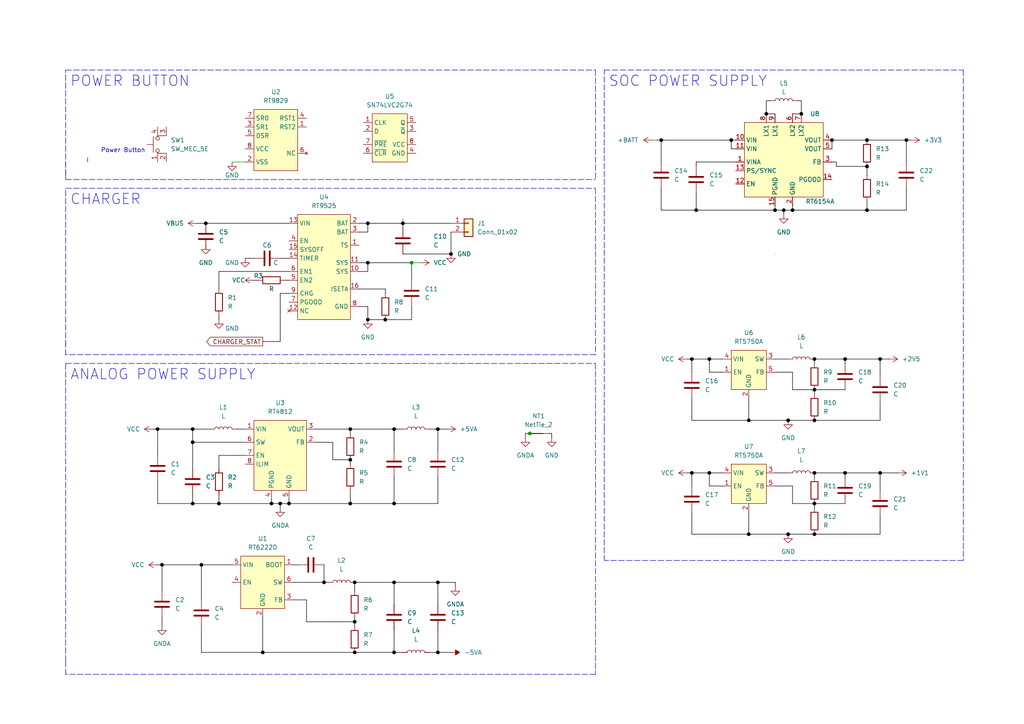
<source format=kicad_sch>
(kicad_sch (version 20211123) (generator eeschema)
  (paper "A4")
  (lib_symbols
    (symbol "C_1" (pin_numbers hide) (pin_names (offset 0.254))
      (property "Reference" "C" (at 0.635 2.54 0))
      (property "Value" "C_1" (at 0.635 -2.54 0))
      (symbol "C_1_1_1"
        (pin passive line (at 0 3.81 270) (length 2.794) (name "~") (number "1"))
        (pin passive line (at 0 -3.81 90) (length 2.794) (name "~") (number "2"))
      )
    )
    (symbol "C_10" (pin_numbers hide) (pin_names (offset 0.254))
      (property "Reference" "C" (at 0.635 2.54 0))
      (property "Value" "C_10" (at 0.635 -2.54 0))
      (symbol "C_10_1_1"
        (pin passive line (at 0 3.81 270) (length 2.794) (name "~") (number "1"))
        (pin passive line (at 0 -3.81 90) (length 2.794) (name "~") (number "2"))
      )
    )
    (symbol "C_11" (pin_numbers hide) (pin_names (offset 0.254))
      (property "Reference" "C" (at 0.635 2.54 0))
      (property "Value" "C_11" (at 0.635 -2.54 0))
      (symbol "C_11_1_1"
        (pin passive line (at 0 3.81 270) (length 2.794) (name "~") (number "1"))
        (pin passive line (at 0 -3.81 90) (length 2.794) (name "~") (number "2"))
      )
    )
    (symbol "C_12" (pin_numbers hide) (pin_names (offset 0.254))
      (property "Reference" "C" (at 0.635 2.54 0))
      (property "Value" "C_12" (at 0.635 -2.54 0))
      (symbol "C_12_1_1"
        (pin passive line (at 0 3.81 270) (length 2.794) (name "~") (number "1"))
        (pin passive line (at 0 -3.81 90) (length 2.794) (name "~") (number "2"))
      )
    )
    (symbol "C_13" (pin_numbers hide) (pin_names (offset 0.254))
      (property "Reference" "C" (at 0.635 2.54 0))
      (property "Value" "C_13" (at 0.635 -2.54 0))
      (symbol "C_13_1_1"
        (pin passive line (at 0 3.81 270) (length 2.794) (name "~") (number "1"))
        (pin passive line (at 0 -3.81 90) (length 2.794) (name "~") (number "2"))
      )
    )
    (symbol "C_14" (pin_numbers hide) (pin_names (offset 0.254))
      (property "Reference" "C" (at 0.635 2.54 0))
      (property "Value" "C_14" (at 0.635 -2.54 0))
      (symbol "C_14_1_1"
        (pin passive line (at 0 3.81 270) (length 2.794) (name "~") (number "1"))
        (pin passive line (at 0 -3.81 90) (length 2.794) (name "~") (number "2"))
      )
    )
    (symbol "C_15" (pin_numbers hide) (pin_names (offset 0.254))
      (property "Reference" "C" (at 0.635 2.54 0))
      (property "Value" "C_15" (at 0.635 -2.54 0))
      (symbol "C_15_1_1"
        (pin passive line (at 0 3.81 270) (length 2.794) (name "~") (number "1"))
        (pin passive line (at 0 -3.81 90) (length 2.794) (name "~") (number "2"))
      )
    )
    (symbol "C_16" (pin_numbers hide) (pin_names (offset 0.254))
      (property "Reference" "C" (at 0.635 2.54 0))
      (property "Value" "C_16" (at 0.635 -2.54 0))
      (symbol "C_16_1_1"
        (pin passive line (at 0 3.81 270) (length 2.794) (name "~") (number "1"))
        (pin passive line (at 0 -3.81 90) (length 2.794) (name "~") (number "2"))
      )
    )
    (symbol "C_17" (pin_numbers hide) (pin_names (offset 0.254))
      (property "Reference" "C" (at 0.635 2.54 0))
      (property "Value" "C_17" (at 0.635 -2.54 0))
      (symbol "C_17_1_1"
        (pin passive line (at 0 3.81 270) (length 2.794) (name "~") (number "1"))
        (pin passive line (at 0 -3.81 90) (length 2.794) (name "~") (number "2"))
      )
    )
    (symbol "C_18" (pin_numbers hide) (pin_names (offset 0.254))
      (property "Reference" "C" (at 0.635 2.54 0))
      (property "Value" "C_18" (at 0.635 -2.54 0))
      (symbol "C_18_1_1"
        (pin passive line (at 0 3.81 270) (length 2.794) (name "~") (number "1"))
        (pin passive line (at 0 -3.81 90) (length 2.794) (name "~") (number "2"))
      )
    )
    (symbol "C_19" (pin_numbers hide) (pin_names (offset 0.254))
      (property "Reference" "C" (at 0.635 2.54 0))
      (property "Value" "C_19" (at 0.635 -2.54 0))
      (symbol "C_19_1_1"
        (pin passive line (at 0 3.81 270) (length 2.794) (name "~") (number "1"))
        (pin passive line (at 0 -3.81 90) (length 2.794) (name "~") (number "2"))
      )
    )
    (symbol "C_2" (pin_numbers hide) (pin_names (offset 0.254))
      (property "Reference" "C" (at 0.635 2.54 0))
      (property "Value" "C_2" (at 0.635 -2.54 0))
      (symbol "C_2_1_1"
        (pin passive line (at 0 3.81 270) (length 2.794) (name "~") (number "1"))
        (pin passive line (at 0 -3.81 90) (length 2.794) (name "~") (number "2"))
      )
    )
    (symbol "C_20" (pin_numbers hide) (pin_names (offset 0.254))
      (property "Reference" "C" (at 0.635 2.54 0))
      (property "Value" "C_20" (at 0.635 -2.54 0))
      (symbol "C_20_1_1"
        (pin passive line (at 0 3.81 270) (length 2.794) (name "~") (number "1"))
        (pin passive line (at 0 -3.81 90) (length 2.794) (name "~") (number "2"))
      )
    )
    (symbol "C_21" (pin_numbers hide) (pin_names (offset 0.254))
      (property "Reference" "C" (at 0.635 2.54 0))
      (property "Value" "C_21" (at 0.635 -2.54 0))
      (symbol "C_21_1_1"
        (pin passive line (at 0 3.81 270) (length 2.794) (name "~") (number "1"))
        (pin passive line (at 0 -3.81 90) (length 2.794) (name "~") (number "2"))
      )
    )
    (symbol "C_3" (pin_numbers hide) (pin_names (offset 0.254))
      (property "Reference" "C" (at 0.635 2.54 0))
      (property "Value" "C_3" (at 0.635 -2.54 0))
      (symbol "C_3_1_1"
        (pin passive line (at 0 3.81 270) (length 2.794) (name "~") (number "1"))
        (pin passive line (at 0 -3.81 90) (length 2.794) (name "~") (number "2"))
      )
    )
    (symbol "C_4" (pin_numbers hide) (pin_names (offset 0.254))
      (property "Reference" "C" (at 0.635 2.54 0))
      (property "Value" "C_4" (at 0.635 -2.54 0))
      (symbol "C_4_1_1"
        (pin passive line (at 0 3.81 270) (length 2.794) (name "~") (number "1"))
        (pin passive line (at 0 -3.81 90) (length 2.794) (name "~") (number "2"))
      )
    )
    (symbol "C_5" (pin_numbers hide) (pin_names (offset 0.254))
      (property "Reference" "C" (at 0.635 2.54 0))
      (property "Value" "C_5" (at 0.635 -2.54 0))
      (symbol "C_5_1_1"
        (pin passive line (at 0 3.81 270) (length 2.794) (name "~") (number "1"))
        (pin passive line (at 0 -3.81 90) (length 2.794) (name "~") (number "2"))
      )
    )
    (symbol "C_6" (pin_numbers hide) (pin_names (offset 0.254))
      (property "Reference" "C" (at 0.635 2.54 0))
      (property "Value" "C_6" (at 0.635 -2.54 0))
      (symbol "C_6_1_1"
        (pin passive line (at 0 3.81 270) (length 2.794) (name "~") (number "1"))
        (pin passive line (at 0 -3.81 90) (length 2.794) (name "~") (number "2"))
      )
    )
    (symbol "C_7" (pin_numbers hide) (pin_names (offset 0.254))
      (property "Reference" "C" (at 0.635 2.54 0))
      (property "Value" "C_7" (at 0.635 -2.54 0))
      (symbol "C_7_1_1"
        (pin passive line (at 0 3.81 270) (length 2.794) (name "~") (number "1"))
        (pin passive line (at 0 -3.81 90) (length 2.794) (name "~") (number "2"))
      )
    )
    (symbol "C_8" (pin_numbers hide) (pin_names (offset 0.254))
      (property "Reference" "C" (at 0.635 2.54 0))
      (property "Value" "C_8" (at 0.635 -2.54 0))
      (symbol "C_8_1_1"
        (pin passive line (at 0 3.81 270) (length 2.794) (name "~") (number "1"))
        (pin passive line (at 0 -3.81 90) (length 2.794) (name "~") (number "2"))
      )
    )
    (symbol "C_9" (pin_numbers hide) (pin_names (offset 0.254))
      (property "Reference" "C" (at 0.635 2.54 0))
      (property "Value" "C_9" (at 0.635 -2.54 0))
      (symbol "C_9_1_1"
        (pin passive line (at 0 3.81 270) (length 2.794) (name "~") (number "1"))
        (pin passive line (at 0 -3.81 90) (length 2.794) (name "~") (number "2"))
      )
    )
    (symbol "Connector_Generic:Conn_01x02" (pin_names (offset 1.016) hide)
      (property "Reference" "J" (at 0 2.54 0))
      (property "Value" "Conn_01x02" (at 0 -5.08 0))
      (symbol "Conn_01x02_1_1"
        (pin passive line (at -5.08 0 0) (length 3.81) (name "Pin_1") (number "1"))
        (pin passive line (at -5.08 -2.54 0) (length 3.81) (name "Pin_2") (number "2"))
      )
    )
    (symbol "Device:NetTie_2" (pin_numbers hide) (pin_names (offset 0) hide)
      (property "Reference" "NT" (at 0 1.27 0))
      (property "Value" "NetTie_2" (at 0 -1.27 0))
      (symbol "NetTie_2_1_1"
        (pin passive line (at -2.54 0 0) (length 2.54) (name "1") (number "1"))
        (pin passive line (at 2.54 0 180) (length 2.54) (name "2") (number "2"))
      )
    )
    (symbol "Switch:SW_MEC_5E" (pin_names (offset 1.016) hide)
      (property "Reference" "SW" (at 0.635 5.715 0))
      (property "Value" "SW_MEC_5E" (at 0 -3.175 0))
      (symbol "SW_MEC_5E_0_1"
        (pin passive line (at -5.08 2.54 0) (length 2.54) (name "1") (number "1"))
        (pin passive line (at -5.08 0 0) (length 2.54) (name "2") (number "2"))
        (pin passive line (at 5.08 0 180) (length 2.54) (name "K") (number "3"))
        (pin passive line (at 5.08 2.54 180) (length 2.54) (name "A") (number "4"))
      )
    )
    (symbol "power:+1V1" (power) (pin_names (offset 0))
      (property "Value" "+1V1" (at 0 3.556 0))
      (symbol "+1V1_1_1"
        (pin power_in line (at 0 0 90) (length 0) hide (name "+1V1") (number "1"))
      )
    )
    (symbol "power:+2V5" (power) (pin_names (offset 0))
      (property "Value" "+2V5" (at 0 3.556 0))
      (symbol "+2V5_1_1"
        (pin power_in line (at 0 0 90) (length 0) hide (name "+2V5") (number "1"))
      )
    )
    (symbol "power:+3V3" (power) (pin_names (offset 0))
      (property "Value" "+3V3" (at 0 3.556 0))
      (symbol "+3V3_1_1"
        (pin power_in line (at 0 0 90) (length 0) hide (name "+3V3") (number "1"))
      )
    )
    (symbol "power:+5VA" (power) (pin_names (offset 0))
      (property "Value" "+5VA" (at 0 3.556 0))
      (symbol "+5VA_1_1"
        (pin power_in line (at 0 0 90) (length 0) hide (name "+5VA") (number "1"))
      )
    )
    (symbol "power:+BATT" (power) (pin_names (offset 0))
      (property "Value" "+BATT" (at 0 3.556 0))
      (symbol "+BATT_1_1"
        (pin power_in line (at 0 0 90) (length 0) hide (name "+BATT") (number "1"))
      )
    )
    (symbol "power:-5VA" (power) (pin_names (offset 0))
      (property "Value" "-5VA" (at 0 3.81 0))
      (symbol "-5VA_0_0"
        (pin power_in line (at 0 0 90) (length 0) hide (name "-5VA") (number "1"))
      )
    )
    (symbol "power:GND" (power) (pin_names (offset 0))
      (property "Value" "GND" (at 0 -3.81 0))
      (symbol "GND_1_1"
        (pin power_in line (at 0 0 270) (length 0) hide (name "GND") (number "1"))
      )
    )
    (symbol "power:GNDA" (power) (pin_names (offset 0))
      (property "Value" "GNDA" (at 0 -3.81 0))
      (symbol "GNDA_1_1"
        (pin power_in line (at 0 0 270) (length 0) hide (name "GNDA") (number "1"))
      )
    )
    (symbol "power:VBUS" (power) (pin_names (offset 0))
      (property "Value" "VBUS" (at 0 3.81 0))
      (symbol "VBUS_1_1"
        (pin power_in line (at 0 0 90) (length 0) hide (name "VBUS") (number "1"))
      )
    )
    (symbol "power:VCC" (power) (pin_names (offset 0))
      (property "Value" "VCC" (at 0 3.81 0))
      (symbol "VCC_1_1"
        (pin power_in line (at 0 0 90) (length 0) hide (name "VCC") (number "1"))
      )
    )
    (symbol "rlib_ic:SN74LVC2G74"
      (property "Reference" "U" (at 0 6.35 0))
      (property "Value" "SN74LVC2G74" (at 0 -10.16 0))
      (symbol "SN74LVC2G74_0_0"
        (pin input line (at -7.62 2.54 0) (length 2.54) (name "CLK") (number "1"))
        (pin input line (at -7.62 0 0) (length 2.54) (name "D") (number "2"))
        (pin output line (at 7.62 0 180) (length 2.54) (name "~{Q}") (number "3"))
        (pin power_in line (at 7.62 -6.35 180) (length 2.54) (name "GND") (number "4"))
        (pin output line (at 7.62 2.54 180) (length 2.54) (name "Q") (number "5"))
        (pin input line (at -7.62 -6.35 0) (length 2.54) (name "~{CLR}") (number "6"))
        (pin input line (at -7.62 -3.81 0) (length 2.54) (name "~{PRE}") (number "7"))
        (pin power_in line (at 7.62 -3.81 180) (length 2.54) (name "VCC") (number "8"))
      )
    )
    (symbol "rlib_passive:C" (pin_numbers hide) (pin_names (offset 0.254))
      (property "Reference" "C" (at 0.635 2.54 0))
      (property "Value" "C" (at 0.635 -2.54 0))
      (symbol "C_1_1"
        (pin passive line (at 0 3.81 270) (length 2.794) (name "~") (number "1"))
        (pin passive line (at 0 -3.81 90) (length 2.794) (name "~") (number "2"))
      )
    )
    (symbol "rlib_passive:L" (pin_numbers hide) (pin_names (offset 1.016) hide)
      (property "Reference" "L" (at -1.27 0 90))
      (property "Value" "L" (at 1.905 0 90))
      (symbol "L_1_1"
        (pin passive line (at 0 3.81 270) (length 1.27) (name "1") (number "1"))
        (pin passive line (at 0 -3.81 90) (length 1.27) (name "2") (number "2"))
      )
    )
    (symbol "rlib_passive:R" (pin_numbers hide) (pin_names (offset 0))
      (property "Reference" "R" (at 2.032 0 90))
      (property "Value" "R" (at 0 0 90))
      (symbol "R_1_1"
        (pin passive line (at 0 3.81 270) (length 1.27) (name "~") (number "1"))
        (pin passive line (at 0 -3.81 90) (length 1.27) (name "~") (number "2"))
      )
    )
    (symbol "rlib_power:RT4812"
      (property "Reference" "U" (at 0 10.16 0))
      (property "Value" "RT4812" (at 7.62 -12.7 0))
      (symbol "RT4812_0_0"
        (pin power_in line (at -10.16 6.35 0) (length 2.54) (name "VIN") (number "1"))
        (pin input line (at 10.16 2.54 180) (length 2.54) (name "FB") (number "2"))
        (pin power_out line (at 10.16 6.35 180) (length 2.54) (name "VOUT") (number "3"))
        (pin power_in line (at -2.54 -13.97 90) (length 2.54) (name "PGND") (number "4"))
        (pin power_in line (at 2.54 -13.97 90) (length 2.54) (name "GND") (number "5"))
        (pin output line (at -10.16 2.54 0) (length 2.54) (name "SW") (number "6"))
        (pin input line (at -10.16 -1.27 0) (length 2.54) (name "EN") (number "7"))
        (pin input line (at -10.16 -3.81 0) (length 2.54) (name "ILIM") (number "8"))
      )
    )
    (symbol "rlib_power:RT5750A"
      (property "Reference" "U" (at 0 6.35 0))
      (property "Value" "RT5750A" (at 7.62 -7.62 0))
      (symbol "RT5750A_0_0"
        (pin input line (at -7.62 -1.27 0) (length 2.54) (name "EN") (number "1"))
        (pin power_in line (at 0 -8.89 90) (length 2.54) (name "GND") (number "2"))
        (pin output line (at 7.62 2.54 180) (length 2.54) (name "SW") (number "3"))
        (pin power_in line (at -7.62 2.54 0) (length 2.54) (name "VIN") (number "4"))
        (pin input line (at 7.62 -1.27 180) (length 2.54) (name "FB") (number "5"))
      )
    )
    (symbol "rlib_power:RT6154A"
      (property "Reference" "U" (at 0 15.24 0))
      (property "Value" "RT6154A" (at 10.16 -12.7 0))
      (symbol "RT6154A_0_0"
        (pin power_in line (at -13.97 -1.27 0) (length 2.54) (name "VINA") (number "1"))
        (pin power_in line (at -13.97 5.08 0) (length 2.54) (name "VIN") (number "10"))
        (pin power_in line (at -13.97 2.54 0) (length 2.54) (name "VIN") (number "11"))
        (pin input line (at -13.97 -7.62 0) (length 2.54) (name "EN") (number "12"))
        (pin input line (at -13.97 -3.81 0) (length 2.54) (name "PS/SYNC") (number "13"))
        (pin input line (at 13.97 -6.35 180) (length 2.54) (name "PGOOD") (number "14"))
        (pin input line (at -2.54 -13.97 90) (length 2.54) (name "PGND") (number "15"))
        (pin power_in line (at 2.54 -13.97 90) (length 2.54) (name "GND") (number "2"))
        (pin input line (at 13.97 -1.27 180) (length 2.54) (name "FB") (number "3"))
        (pin power_out line (at 13.97 5.08 180) (length 2.54) (name "VOUT") (number "4"))
        (pin power_out line (at 13.97 2.54 180) (length 2.54) (name "VOUT") (number "5"))
        (pin output line (at 2.54 12.7 270) (length 2.54) (name "LX2") (number "6"))
        (pin output line (at 5.08 12.7 270) (length 2.54) (name "LX2") (number "7"))
        (pin input line (at -5.08 12.7 270) (length 2.54) (name "LX1") (number "8"))
        (pin input line (at -2.54 12.7 270) (length 2.54) (name "LX1") (number "9"))
      )
    )
    (symbol "rlib_power:RT6222D"
      (property "Reference" "U" (at 0 5.08 0))
      (property "Value" "RT6222D" (at 6.35 -12.7 0))
      (symbol "RT6222D_0_0"
        (pin input line (at 8.89 1.27 180) (length 2.54) (name "BOOT") (number "1"))
        (pin power_in line (at 0 -13.97 90) (length 2.54) (name "GND") (number "2"))
        (pin input line (at 8.89 -8.89 180) (length 2.54) (name "FB") (number "3"))
        (pin input line (at -8.89 -3.81 0) (length 2.54) (name "EN") (number "4"))
        (pin power_in line (at -8.89 1.27 0) (length 2.54) (name "VIN") (number "5"))
        (pin output line (at 8.89 -3.81 180) (length 2.54) (name "SW") (number "6"))
      )
    )
    (symbol "rlib_power:RT9525"
      (property "Reference" "U" (at 0 8.89 0))
      (property "Value" "RT9525" (at 0 -24.13 0))
      (symbol "RT9525_0_0"
        (pin input line (at 10.16 -1.27 180) (length 2.54) (name "TS") (number "1"))
        (pin power_out line (at 10.16 -8.89 180) (length 2.54) (name "SYS") (number "10"))
        (pin power_out line (at 10.16 -6.35 180) (length 2.54) (name "SYS") (number "11"))
        (pin no_connect line (at -10.16 -20.32 0) (length 2.54) (name "NC") (number "12"))
        (pin power_in line (at -10.16 5.08 0) (length 2.54) (name "VIN") (number "13"))
        (pin input line (at -10.16 -5.08 0) (length 2.54) (name "TIMER") (number "14"))
        (pin input line (at -10.16 -2.54 0) (length 2.54) (name "SYSOFF") (number "15"))
        (pin input line (at 10.16 -13.97 180) (length 2.54) (name "ISETA") (number "16"))
        (pin input line (at 10.16 5.08 180) (length 2.54) (name "BAT") (number "2"))
        (pin input line (at 10.16 2.54 180) (length 2.54) (name "BAT") (number "3"))
        (pin input line (at -10.16 0 0) (length 2.54) (name "EN") (number "4"))
        (pin input line (at -10.16 -11.43 0) (length 2.54) (name "EN2") (number "5"))
        (pin input line (at -10.16 -8.89 0) (length 2.54) (name "EN1") (number "6"))
        (pin open_collector line (at -10.16 -17.78 0) (length 2.54) (name "PGOOD") (number "7"))
        (pin power_in line (at 10.16 -19.05 180) (length 2.54) (name "GND") (number "8"))
        (pin open_collector line (at -10.16 -15.24 0) (length 2.54) (name "CHG") (number "9"))
      )
    )
    (symbol "rlib_power:RT9829"
      (property "Reference" "U" (at 0 11.43 0))
      (property "Value" "RT9829" (at 0 -8.89 0))
      (symbol "RT9829_0_0"
        (pin power_out line (at 8.89 5.08 180) (length 2.54) (name "RST2") (number "1"))
        (pin power_in line (at -8.89 -5.08 0) (length 2.54) (name "VSS") (number "2"))
        (pin input line (at -8.89 5.08 0) (length 2.54) (name "SR1") (number "3"))
        (pin open_collector line (at 8.89 7.62 180) (length 2.54) (name "RST1") (number "4"))
        (pin input line (at -8.89 2.54 0) (length 2.54) (name "DSR") (number "5"))
        (pin no_connect line (at 8.89 -2.54 180) (length 2.54) (name "NC") (number "6"))
        (pin input line (at -8.89 7.62 0) (length 2.54) (name "SR0") (number "7"))
        (pin power_in line (at -8.89 -1.27 0) (length 2.54) (name "VCC") (number "8"))
      )
    )
  )
  (junction (at 205.74 104.14) (color 0 0 0 1))
  (junction (at 236.22 104.14) (color 0 0 0 1))
  (junction (at 45.72 124.46) (color 0 0 0 1))
  (junction (at 78.74 146.05) (color 0 0 0 1))
  (junction (at 101.6 146.05) (color 0 0 0 1))
  (junction (at 251.46 48.26) (color 0 0 0 1))
  (junction (at 101.6 124.46) (color 0 0 0 1))
  (junction (at 228.6 121.92) (color 0 0 0 1))
  (junction (at 236.22 154.94) (color 0 0 0 1))
  (junction (at 106.68 92.71) (color 0 0 0 1))
  (junction (at 236.22 113.03) (color 0 0 0 1))
  (junction (at 127 189.23) (color 0 0 0 1))
  (junction (at 245.11 104.14) (color 0 0 0 1))
  (junction (at 119.38 76.2))
  (junction (at 224.79 60.96) (color 0 0 0 1))
  (junction (at 81.28 146.05) (color 0 0 0 1))
  (junction (at 127 168.91) (color 0 0 0 1))
  (junction (at 200.66 104.14) (color 0 0 0 1))
  (junction (at 130.81 73.66) (color 0 0 0 1))
  (junction (at 46.99 163.83) (color 0 0 0 1))
  (junction (at 227.33 60.96) (color 0 0 0 1))
  (junction (at 55.88 128.27) (color 0 0 0 1))
  (junction (at 200.66 137.16) (color 0 0 0 1))
  (junction (at 241.3 40.64) (color 0 0 0 1))
  (junction (at 76.2 189.23) (color 0 0 0 1))
  (junction (at 255.27 137.16) (color 0 0 0 1))
  (junction (at 93.98 168.91) (color 0 0 0 1))
  (junction (at 114.3 168.91) (color 0 0 0 1))
  (junction (at 83.82 146.05) (color 0 0 0 1))
  (junction (at 114.3 124.46) (color 0 0 0 1))
  (junction (at 217.17 154.94) (color 0 0 0 1))
  (junction (at 59.69 64.77) (color 0 0 0 1))
  (junction (at 251.46 40.64) (color 0 0 0 1))
  (junction (at 205.74 137.16) (color 0 0 0 1))
  (junction (at 245.11 137.16) (color 0 0 0 1))
  (junction (at 102.87 168.91) (color 0 0 0 1))
  (junction (at 228.6 154.94) (color 0 0 0 1))
  (junction (at 262.89 40.64) (color 0 0 0 1))
  (junction (at 153.67 125.73))
  (junction (at 58.42 163.83) (color 0 0 0 1))
  (junction (at 236.22 121.92) (color 0 0 0 1))
  (junction (at 101.6 133.35) (color 0 0 0 1))
  (junction (at 191.77 40.64) (color 0 0 0 1))
  (junction (at 55.88 124.46) (color 0 0 0 1))
  (junction (at 232.41 33.02) (color 0 0 0 1))
  (junction (at 106.68 64.77) (color 0 0 0 1))
  (junction (at 111.76 92.71) (color 0 0 0 1))
  (junction (at 102.87 189.23) (color 0 0 0 1))
  (junction (at 222.25 33.02) (color 0 0 0 1))
  (junction (at 114.3 146.05) (color 0 0 0 1))
  (junction (at 236.22 137.16) (color 0 0 0 1))
  (junction (at 201.93 60.96) (color 0 0 0 1))
  (junction (at 102.87 180.34) (color 0 0 0 1))
  (junction (at 127 124.46) (color 0 0 0 1))
  (junction (at 116.84 64.77) (color 0 0 0 1))
  (junction (at 251.46 60.96) (color 0 0 0 1))
  (junction (at 212.09 40.64) (color 0 0 0 1))
  (junction (at 236.22 146.05) (color 0 0 0 1))
  (junction (at 229.87 60.96) (color 0 0 0 1))
  (junction (at 114.3 189.23) (color 0 0 0 1))
  (junction (at 55.88 146.05) (color 0 0 0 1))
  (junction (at 217.17 121.92) (color 0 0 0 1))
  (junction (at 255.27 104.14) (color 0 0 0 1))
  (junction (at 63.5 146.05) (color 0 0 0 1))
  (junction (at 106.68 76.2) (color 0 0 0 1))
  (wire (pts (xy 229.87 60.96) (xy 251.46 60.96)) (stroke (width 0) (color 0 0 0 1)))
  (wire (pts (xy 63.5 132.08) (xy 71.12 132.08)) (stroke (width 0) (color 0 0 0 1)))
  (wire (pts (xy 200.66 121.92) (xy 217.17 121.92)) (stroke (width 0) (color 0 0 0 1)))
  (wire (pts (xy 262.89 60.96) (xy 251.46 60.96)) (stroke (width 0) (color 0 0 0 1)))
  (wire (pts (xy 245.11 137.16) (xy 245.11 138.43)) (stroke (width 0) (color 0 0 0 1)))
  (wire (pts (xy 132.08 168.91) (xy 127 168.91)) (stroke (width 0) (color 0 0 0 1)))
  (wire (pts (xy 200.66 104.14) (xy 205.74 104.14)) (stroke (width 0) (color 0 0 0 1)))
  (wire (pts (xy 71.12 74.93) (xy 73.66 74.93)) (stroke (width 0) (color 0 0 0 1)))
  (wire (pts (xy 132.08 170.18) (xy 132.08 168.91)) (stroke (width 0) (color 0 0 0 1)))
  (wire (pts (xy 262.89 40.64) (xy 264.16 40.64)) (stroke (width 0) (color 0 0 0 1)))
  (wire (pts (xy 229.87 33.02) (xy 232.41 33.02)) (stroke (width 0) (color 0 0 0 1)))
  (wire (pts (xy 93.98 168.91) (xy 95.25 168.91)) (stroke (width 0) (color 0 0 0 1)))
  (wire (pts (xy 102.87 179.07) (xy 102.87 180.34)) (stroke (width 0) (color 0 0 0 1)))
  (wire (pts (xy 104.14 78.74) (xy 106.68 78.74)) (stroke (width 0) (color 0 0 0 1)))
  (wire (pts (xy 85.09 168.91) (xy 93.98 168.91)) (stroke (width 0) (color 0 0 0 1)))
  (wire (pts (xy 76.2 179.07) (xy 76.2 189.23)) (stroke (width 0) (color 0 0 0 1)))
  (polyline (pts (xy 19.05 54.61) (xy 172.72 54.61)))
  (wire (pts (xy 201.93 48.26) (xy 201.93 46.99)) (stroke (width 0) (color 0 0 0 1)))
  (wire (pts (xy 201.93 55.88) (xy 201.93 60.96)) (stroke (width 0) (color 0 0 0 1)))
  (wire (pts (xy 102.87 168.91) (xy 102.87 171.45)) (stroke (width 0) (color 0 0 0 1)))
  (wire (pts (xy 45.72 132.08) (xy 45.72 124.46)) (stroke (width 0) (color 0 0 0 1)))
  (wire (pts (xy 236.22 104.14) (xy 236.22 105.41)) (stroke (width 0) (color 0 0 0 1)))
  (wire (pts (xy 130.81 67.31) (xy 130.81 73.66)) (stroke (width 0) (color 0 0 0 1)))
  (wire (pts (xy 106.68 76.2) (xy 104.14 76.2)) (stroke (width 0) (color 0 0 0 1)))
  (wire (pts (xy 222.25 33.02) (xy 224.79 33.02)) (stroke (width 0) (color 0 0 0 1)))
  (wire (pts (xy 55.88 124.46) (xy 55.88 128.27)) (stroke (width 0) (color 0 0 0 1)))
  (wire (pts (xy 242.57 46.99) (xy 241.3 46.99)) (stroke (width 0) (color 0 0 0 1)))
  (wire (pts (xy 189.23 40.64) (xy 190.5 40.64)))
  (wire (pts (xy 251.46 60.96) (xy 251.46 58.42)) (stroke (width 0) (color 0 0 0 1)))
  (wire (pts (xy 114.3 182.88) (xy 114.3 189.23)) (stroke (width 0) (color 0 0 0 1)))
  (wire (pts (xy 154.94 125.73) (xy 153.67 125.73)))
  (wire (pts (xy 114.3 189.23) (xy 116.84 189.23)) (stroke (width 0) (color 0 0 0 1)))
  (wire (pts (xy 153.67 125.73) (xy 154.94 125.73)) (stroke (width 0) (color 0 0 0 1)))
  (wire (pts (xy 229.87 113.03) (xy 229.87 107.95)) (stroke (width 0) (color 0 0 0 1)))
  (wire (pts (xy 236.22 146.05) (xy 229.87 146.05)) (stroke (width 0) (color 0 0 0 1)))
  (wire (pts (xy 228.6 121.92) (xy 236.22 121.92)) (stroke (width 0) (color 0 0 0 1)))
  (wire (pts (xy 222.25 29.21) (xy 222.25 33.02)) (stroke (width 0) (color 0 0 0 1)))
  (wire (pts (xy 255.27 116.84) (xy 255.27 121.92)) (stroke (width 0) (color 0 0 0 1)))
  (wire (pts (xy 106.68 78.74) (xy 106.68 76.2)) (stroke (width 0) (color 0 0 0 1)))
  (wire (pts (xy 224.79 60.96) (xy 227.33 60.96)) (stroke (width 0) (color 0 0 0 1)))
  (wire (pts (xy 209.55 140.97) (xy 205.74 140.97)) (stroke (width 0) (color 0 0 0 1)))
  (polyline (pts (xy 19.05 105.41) (xy 172.72 105.41)))
  (wire (pts (xy 81.28 146.05) (xy 81.28 147.32)) (stroke (width 0) (color 0 0 0 1)))
  (wire (pts (xy 91.44 128.27) (xy 96.52 128.27)) (stroke (width 0) (color 0 0 0 1)))
  (wire (pts (xy 101.6 124.46) (xy 91.44 124.46)) (stroke (width 0) (color 0 0 0 1)))
  (wire (pts (xy 73.66 81.28) (xy 74.93 81.28)) (stroke (width 0) (color 0 0 0 1)))
  (wire (pts (xy 228.6 154.94) (xy 236.22 154.94)) (stroke (width 0) (color 0 0 0 1)))
  (wire (pts (xy 93.98 163.83) (xy 93.98 168.91)) (stroke (width 0) (color 0 0 0 1)))
  (polyline (pts (xy 19.05 99.06) (xy 19.05 102.87)))
  (wire (pts (xy 236.22 146.05) (xy 245.11 146.05)) (stroke (width 0) (color 0 0 0 1)))
  (wire (pts (xy 81.28 146.05) (xy 83.82 146.05)) (stroke (width 0) (color 0 0 0 1)))
  (polyline (pts (xy 175.26 124.46) (xy 175.26 20.32)))
  (polyline (pts (xy 175.26 20.32) (xy 279.4 20.32)))
  (wire (pts (xy 119.38 92.71) (xy 111.76 92.71)) (stroke (width 0) (color 0 0 0 1)))
  (wire (pts (xy 255.27 154.94) (xy 236.22 154.94)) (stroke (width 0) (color 0 0 0 1)))
  (wire (pts (xy 88.9 173.99) (xy 88.9 180.34)) (stroke (width 0) (color 0 0 0 1)))
  (wire (pts (xy 217.17 115.57) (xy 217.17 121.92)) (stroke (width 0) (color 0 0 0 1)))
  (polyline (pts (xy 172.72 20.32) (xy 172.72 52.07)))
  (wire (pts (xy 205.74 137.16) (xy 209.55 137.16)) (stroke (width 0) (color 0 0 0 1)))
  (wire (pts (xy 116.84 73.66) (xy 130.81 73.66)) (stroke (width 0) (color 0 0 0 1)))
  (wire (pts (xy 231.14 29.21) (xy 232.41 29.21)) (stroke (width 0) (color 0 0 0 1)))
  (wire (pts (xy 63.5 146.05) (xy 78.74 146.05)) (stroke (width 0) (color 0 0 0 1)))
  (wire (pts (xy 81.28 74.93) (xy 83.82 74.93)) (stroke (width 0) (color 0 0 0 1)))
  (wire (pts (xy 212.09 43.18) (xy 212.09 40.64)) (stroke (width 0) (color 0 0 0 1)))
  (wire (pts (xy 106.68 88.9) (xy 104.14 88.9)) (stroke (width 0) (color 0 0 0 1)))
  (wire (pts (xy 212.09 40.64) (xy 213.36 40.64)) (stroke (width 0) (color 0 0 0 1)))
  (polyline (pts (xy 19.05 191.77) (xy 19.05 105.41)))
  (wire (pts (xy 114.3 175.26) (xy 114.3 168.91)) (stroke (width 0) (color 0 0 0 1)))
  (wire (pts (xy 251.46 48.26) (xy 251.46 50.8)) (stroke (width 0) (color 0 0 0 1)))
  (wire (pts (xy 67.31 46.99) (xy 71.12 46.99)))
  (wire (pts (xy 55.88 146.05) (xy 63.5 146.05)) (stroke (width 0) (color 0 0 0 1)))
  (wire (pts (xy 127 189.23) (xy 124.46 189.23)) (stroke (width 0) (color 0 0 0 1)))
  (wire (pts (xy 127 175.26) (xy 127 168.91)) (stroke (width 0) (color 0 0 0 1)))
  (wire (pts (xy 119.38 88.9) (xy 119.38 92.71)) (stroke (width 0) (color 0 0 0 1)))
  (wire (pts (xy 101.6 146.05) (xy 101.6 142.24)) (stroke (width 0) (color 0 0 0 1)))
  (wire (pts (xy 223.52 29.21) (xy 222.25 29.21)) (stroke (width 0) (color 0 0 0 1)))
  (wire (pts (xy 55.88 143.51) (xy 55.88 146.05)) (stroke (width 0) (color 0 0 0 1)))
  (wire (pts (xy 200.66 107.95) (xy 200.66 104.14)) (stroke (width 0) (color 0 0 0 1)))
  (wire (pts (xy 245.11 104.14) (xy 236.22 104.14)) (stroke (width 0) (color 0 0 0 1)))
  (wire (pts (xy 63.5 91.44) (xy 63.5 92.71)) (stroke (width 0) (color 0 0 0 1)))
  (wire (pts (xy 45.72 139.7) (xy 45.72 146.05)) (stroke (width 0) (color 0 0 0 1)))
  (polyline (pts (xy 19.05 50.8) (xy 19.05 20.32)))
  (wire (pts (xy 152.4 127) (xy 152.4 125.73)) (stroke (width 0) (color 0 0 0 1)))
  (wire (pts (xy 106.68 92.71) (xy 111.76 92.71)) (stroke (width 0) (color 0 0 0 1)))
  (wire (pts (xy 245.11 137.16) (xy 236.22 137.16)) (stroke (width 0) (color 0 0 0 1)))
  (polyline (pts (xy 172.72 105.41) (xy 172.72 195.58)))
  (polyline (pts (xy 279.4 20.32) (xy 279.4 162.56)))
  (wire (pts (xy 58.42 189.23) (xy 76.2 189.23)) (stroke (width 0) (color 0 0 0 1)))
  (wire (pts (xy 81.28 99.06) (xy 81.28 85.09)) (stroke (width 0) (color 0 0 0 1)))
  (wire (pts (xy 191.77 60.96) (xy 201.93 60.96)) (stroke (width 0) (color 0 0 0 1)))
  (wire (pts (xy 83.82 146.05) (xy 101.6 146.05)) (stroke (width 0) (color 0 0 0 1)))
  (wire (pts (xy 104.14 64.77) (xy 106.68 64.77)) (stroke (width 0) (color 0 0 0 1)))
  (wire (pts (xy 101.6 133.35) (xy 101.6 134.62)) (stroke (width 0) (color 0 0 0 1)))
  (polyline (pts (xy 172.72 102.87) (xy 19.05 102.87)))
  (wire (pts (xy 96.52 133.35) (xy 101.6 133.35)) (stroke (width 0) (color 0 0 0 1)))
  (wire (pts (xy 88.9 180.34) (xy 102.87 180.34)) (stroke (width 0) (color 0 0 0 1)))
  (wire (pts (xy 201.93 60.96) (xy 224.79 60.96)) (stroke (width 0) (color 0 0 0 1)))
  (wire (pts (xy 241.3 40.64) (xy 251.46 40.64)) (stroke (width 0) (color 0 0 0 1)))
  (wire (pts (xy 217.17 154.94) (xy 228.6 154.94)) (stroke (width 0) (color 0 0 0 1)))
  (wire (pts (xy 251.46 48.26) (xy 242.57 48.26)) (stroke (width 0) (color 0 0 0 1)))
  (wire (pts (xy 201.93 46.99) (xy 213.36 46.99)) (stroke (width 0) (color 0 0 0 1)))
  (wire (pts (xy 81.28 85.09) (xy 83.82 85.09)) (stroke (width 0) (color 0 0 0 1)))
  (wire (pts (xy 101.6 124.46) (xy 114.3 124.46)) (stroke (width 0) (color 0 0 0 1)))
  (wire (pts (xy 191.77 54.61) (xy 191.77 60.96)) (stroke (width 0) (color 0 0 0 1)))
  (wire (pts (xy 262.89 40.64) (xy 251.46 40.64)) (stroke (width 0) (color 0 0 0 1)))
  (wire (pts (xy 85.09 173.99) (xy 88.9 173.99)) (stroke (width 0) (color 0 0 0 1)))
  (wire (pts (xy 127 124.46) (xy 127 130.81)) (stroke (width 0) (color 0 0 0 1)))
  (wire (pts (xy 68.58 124.46) (xy 71.12 124.46)) (stroke (width 0) (color 0 0 0 1)))
  (wire (pts (xy 236.22 113.03) (xy 236.22 114.3)) (stroke (width 0) (color 0 0 0 1)))
  (polyline (pts (xy 172.72 54.61) (xy 172.72 102.87)))
  (wire (pts (xy 116.84 64.77) (xy 130.81 64.77)) (stroke (width 0) (color 0 0 0 1)))
  (wire (pts (xy 262.89 54.61) (xy 262.89 60.96)) (stroke (width 0) (color 0 0 0 1)))
  (wire (pts (xy 46.99 171.45) (xy 46.99 163.83)) (stroke (width 0) (color 0 0 0 1)))
  (wire (pts (xy 104.14 67.31) (xy 106.68 67.31)) (stroke (width 0) (color 0 0 0 1)))
  (wire (pts (xy 83.82 146.05) (xy 83.82 144.78)) (stroke (width 0) (color 0 0 0 1)))
  (wire (pts (xy 76.2 189.23) (xy 102.87 189.23)) (stroke (width 0) (color 0 0 0 1)))
  (wire (pts (xy 106.68 64.77) (xy 116.84 64.77)) (stroke (width 0) (color 0 0 0 1)))
  (wire (pts (xy 255.27 104.14) (xy 257.81 104.14)) (stroke (width 0) (color 0 0 0 1)))
  (wire (pts (xy 63.5 78.74) (xy 83.82 78.74)) (stroke (width 0) (color 0 0 0 1)))
  (wire (pts (xy 245.11 104.14) (xy 245.11 105.41)) (stroke (width 0) (color 0 0 0 1)))
  (wire (pts (xy 127 138.43) (xy 127 146.05)) (stroke (width 0) (color 0 0 0 1)))
  (wire (pts (xy 85.09 163.83) (xy 86.36 163.83)) (stroke (width 0) (color 0 0 0 1)))
  (wire (pts (xy 82.55 81.28) (xy 83.82 81.28)) (stroke (width 0) (color 0 0 0 1)))
  (wire (pts (xy 119.38 76.2) (xy 121.92 76.2)))
  (wire (pts (xy 59.69 64.77) (xy 83.82 64.77)) (stroke (width 0) (color 0 0 0 1)))
  (wire (pts (xy 114.3 130.81) (xy 114.3 124.46)) (stroke (width 0) (color 0 0 0 1)))
  (wire (pts (xy 160.02 127) (xy 160.02 125.73)) (stroke (width 0) (color 0 0 0 1)))
  (wire (pts (xy 152.4 125.73) (xy 153.67 125.73)) (stroke (width 0) (color 0 0 0 1)))
  (wire (pts (xy 106.68 67.31) (xy 106.68 64.77)) (stroke (width 0) (color 0 0 0 1)))
  (polyline (pts (xy 25.4 46.99) (xy 25.4 45.72)))
  (wire (pts (xy 236.22 146.05) (xy 236.22 147.32)) (stroke (width 0) (color 0 0 0 1)))
  (wire (pts (xy 255.27 149.86) (xy 255.27 154.94)) (stroke (width 0) (color 0 0 0 1)))
  (wire (pts (xy 217.17 121.92) (xy 228.6 121.92)) (stroke (width 0) (color 0 0 0 1)))
  (wire (pts (xy 205.74 104.14) (xy 209.55 104.14)) (stroke (width 0) (color 0 0 0 1)))
  (wire (pts (xy 205.74 107.95) (xy 205.74 104.14)) (stroke (width 0) (color 0 0 0 1)))
  (polyline (pts (xy 19.05 52.07) (xy 172.72 52.07)))
  (wire (pts (xy 200.66 137.16) (xy 205.74 137.16)) (stroke (width 0) (color 0 0 0 1)))
  (wire (pts (xy 224.79 104.14) (xy 228.6 104.14)) (stroke (width 0) (color 0 0 0 1)))
  (wire (pts (xy 229.87 140.97) (xy 224.79 140.97)) (stroke (width 0) (color 0 0 0 1)))
  (wire (pts (xy 55.88 135.89) (xy 55.88 128.27)) (stroke (width 0) (color 0 0 0 1)))
  (wire (pts (xy 45.72 163.83) (xy 46.99 163.83)) (stroke (width 0) (color 0 0 0 1)))
  (wire (pts (xy 224.79 137.16) (xy 228.6 137.16)) (stroke (width 0) (color 0 0 0 1)))
  (wire (pts (xy 45.72 146.05) (xy 55.88 146.05)) (stroke (width 0) (color 0 0 0 1)))
  (wire (pts (xy 205.74 140.97) (xy 205.74 137.16)) (stroke (width 0) (color 0 0 0 1)))
  (wire (pts (xy 63.5 83.82) (xy 63.5 78.74)) (stroke (width 0) (color 0 0 0 1)))
  (wire (pts (xy 242.57 48.26) (xy 242.57 46.99)) (stroke (width 0) (color 0 0 0 1)))
  (polyline (pts (xy 19.05 20.32) (xy 172.72 20.32)))
  (wire (pts (xy 191.77 46.99) (xy 191.77 40.64)) (stroke (width 0) (color 0 0 0 1)))
  (wire (pts (xy 241.3 40.64) (xy 241.3 43.18)) (stroke (width 0) (color 0 0 0 1)))
  (polyline (pts (xy 19.05 50.8) (xy 19.05 46.99)))
  (wire (pts (xy 200.66 115.57) (xy 200.66 121.92)) (stroke (width 0) (color 0 0 0 1)))
  (wire (pts (xy 59.69 71.12) (xy 59.69 72.39)) (stroke (width 0) (color 0 0 0 1)))
  (wire (pts (xy 58.42 163.83) (xy 58.42 173.99)) (stroke (width 0) (color 0 0 0 1)))
  (wire (pts (xy 78.74 146.05) (xy 81.28 146.05)) (stroke (width 0) (color 0 0 0 1)))
  (wire (pts (xy 114.3 138.43) (xy 114.3 146.05)) (stroke (width 0) (color 0 0 0 1)))
  (wire (pts (xy 191.77 40.64) (xy 212.09 40.64)) (stroke (width 0) (color 0 0 0 1)))
  (wire (pts (xy 78.74 144.78) (xy 78.74 146.05)) (stroke (width 0) (color 0 0 0 1)))
  (wire (pts (xy 236.22 113.03) (xy 229.87 113.03)) (stroke (width 0) (color 0 0 0 1)))
  (wire (pts (xy 255.27 121.92) (xy 236.22 121.92)) (stroke (width 0) (color 0 0 0 1)))
  (wire (pts (xy 119.38 81.28) (xy 119.38 76.2)) (stroke (width 0) (color 0 0 0 1)))
  (wire (pts (xy 45.72 124.46) (xy 55.88 124.46)) (stroke (width 0) (color 0 0 0 1)))
  (wire (pts (xy 255.27 137.16) (xy 245.11 137.16)) (stroke (width 0) (color 0 0 0 1)))
  (wire (pts (xy 57.15 64.77) (xy 59.69 64.77)) (stroke (width 0) (color 0 0 0 1)))
  (wire (pts (xy 200.66 154.94) (xy 217.17 154.94)) (stroke (width 0) (color 0 0 0 1)))
  (wire (pts (xy 127 168.91) (xy 114.3 168.91)) (stroke (width 0) (color 0 0 0 1)))
  (wire (pts (xy 127 182.88) (xy 127 189.23)) (stroke (width 0) (color 0 0 0 1)))
  (polyline (pts (xy 19.05 100.33) (xy 19.05 54.61)))
  (wire (pts (xy 229.87 60.96) (xy 229.87 59.69)) (stroke (width 0) (color 0 0 0 1)))
  (wire (pts (xy 200.66 140.97) (xy 200.66 137.16)) (stroke (width 0) (color 0 0 0 1)))
  (wire (pts (xy 190.5 40.64) (xy 191.77 40.64)) (stroke (width 0) (color 0 0 0 1)))
  (wire (pts (xy 227.33 60.96) (xy 229.87 60.96)) (stroke (width 0) (color 0 0 0 1)))
  (wire (pts (xy 200.66 148.59) (xy 200.66 154.94)) (stroke (width 0) (color 0 0 0 1)))
  (wire (pts (xy 199.39 104.14) (xy 200.66 104.14)) (stroke (width 0) (color 0 0 0 1)))
  (wire (pts (xy 255.27 104.14) (xy 245.11 104.14)) (stroke (width 0) (color 0 0 0 1)))
  (wire (pts (xy 46.99 179.07) (xy 46.99 181.61)) (stroke (width 0) (color 0 0 0 1)))
  (polyline (pts (xy 172.72 195.58) (xy 19.05 195.58)))
  (wire (pts (xy 60.96 124.46) (xy 55.88 124.46)) (stroke (width 0) (color 0 0 0 1)))
  (wire (pts (xy 114.3 124.46) (xy 116.84 124.46)) (stroke (width 0) (color 0 0 0 1)))
  (wire (pts (xy 46.99 163.83) (xy 58.42 163.83)) (stroke (width 0) (color 0 0 0 1)))
  (wire (pts (xy 102.87 180.34) (xy 102.87 181.61)) (stroke (width 0) (color 0 0 0 1)))
  (wire (pts (xy 227.33 60.96) (xy 227.33 62.23)) (stroke (width 0) (color 0 0 0 1)))
  (wire (pts (xy 114.3 168.91) (xy 102.87 168.91)) (stroke (width 0) (color 0 0 0 1)))
  (wire (pts (xy 116.84 63.5) (xy 116.84 64.77)))
  (wire (pts (xy 224.79 59.69) (xy 224.79 60.96)) (stroke (width 0) (color 0 0 0 1)))
  (wire (pts (xy 209.55 107.95) (xy 205.74 107.95)) (stroke (width 0) (color 0 0 0 1)))
  (wire (pts (xy 67.31 163.83) (xy 58.42 163.83)) (stroke (width 0) (color 0 0 0 1)))
  (wire (pts (xy 229.87 146.05) (xy 229.87 140.97)) (stroke (width 0) (color 0 0 0 1)))
  (wire (pts (xy 213.36 43.18) (xy 212.09 43.18)) (stroke (width 0) (color 0 0 0 1)))
  (wire (pts (xy 106.68 92.71) (xy 106.68 88.9)) (stroke (width 0) (color 0 0 0 1)))
  (wire (pts (xy 101.6 125.73) (xy 101.6 124.46)) (stroke (width 0) (color 0 0 0 1)))
  (wire (pts (xy 217.17 148.59) (xy 217.17 154.94)) (stroke (width 0) (color 0 0 0 1)))
  (polyline (pts (xy 279.4 162.56) (xy 175.26 162.56)))
  (wire (pts (xy 44.45 124.46) (xy 45.72 124.46)) (stroke (width 0) (color 0 0 0 1)))
  (wire (pts (xy 127 124.46) (xy 129.54 124.46)) (stroke (width 0) (color 0 0 0 1)))
  (wire (pts (xy 76.2 99.06) (xy 81.28 99.06)) (stroke (width 0) (color 0 0 0 1)))
  (wire (pts (xy 236.22 137.16) (xy 236.22 138.43)) (stroke (width 0) (color 0 0 0 1)))
  (wire (pts (xy 102.87 189.23) (xy 114.3 189.23)) (stroke (width 0) (color 0 0 0 1)))
  (polyline (pts (xy 19.05 50.8) (xy 19.05 52.07)))
  (wire (pts (xy 255.27 137.16) (xy 260.35 137.16)) (stroke (width 0) (color 0 0 0 1)))
  (wire (pts (xy 96.52 128.27) (xy 96.52 133.35)) (stroke (width 0) (color 0 0 0 1)))
  (polyline (pts (xy 175.26 124.46) (xy 175.26 162.56)))
  (wire (pts (xy 58.42 181.61) (xy 58.42 189.23)) (stroke (width 0) (color 0 0 0 1)))
  (wire (pts (xy 119.38 76.2) (xy 106.68 76.2)) (stroke (width 0) (color 0 0 0 1)))
  (wire (pts (xy 116.84 64.77) (xy 116.84 66.04)) (stroke (width 0) (color 0 0 0 1)))
  (wire (pts (xy 111.76 83.82) (xy 104.14 83.82)) (stroke (width 0) (color 0 0 0 1)))
  (wire (pts (xy 111.76 85.09) (xy 111.76 83.82)) (stroke (width 0) (color 0 0 0 1)))
  (polyline (pts (xy 19.05 191.77) (xy 19.05 195.58)))
  (wire (pts (xy 114.3 146.05) (xy 101.6 146.05)) (stroke (width 0) (color 0 0 0 1)))
  (wire (pts (xy 232.41 29.21) (xy 232.41 33.02)) (stroke (width 0) (color 0 0 0 1)))
  (wire (pts (xy 236.22 113.03) (xy 245.11 113.03)) (stroke (width 0) (color 0 0 0 1)))
  (wire (pts (xy 124.46 124.46) (xy 127 124.46)) (stroke (width 0) (color 0 0 0 1)))
  (wire (pts (xy 127 189.23) (xy 130.81 189.23)) (stroke (width 0) (color 0 0 0 1)))
  (wire (pts (xy 255.27 142.24) (xy 255.27 137.16)) (stroke (width 0) (color 0 0 0 1)))
  (wire (pts (xy 199.39 137.16) (xy 200.66 137.16)) (stroke (width 0) (color 0 0 0 1)))
  (wire (pts (xy 160.02 125.73) (xy 158.75 125.73)) (stroke (width 0) (color 0 0 0 1)))
  (wire (pts (xy 63.5 135.89) (xy 63.5 132.08)) (stroke (width 0) (color 0 0 0 1)))
  (wire (pts (xy 55.88 128.27) (xy 71.12 128.27)) (stroke (width 0) (color 0 0 0 1)))
  (wire (pts (xy 255.27 109.22) (xy 255.27 104.14)) (stroke (width 0) (color 0 0 0 1)))
  (wire (pts (xy 262.89 46.99) (xy 262.89 40.64)) (stroke (width 0) (color 0 0 0 1)))
  (wire (pts (xy 229.87 107.95) (xy 224.79 107.95)) (stroke (width 0) (color 0 0 0 1)))
  (wire (pts (xy 127 146.05) (xy 114.3 146.05)) (stroke (width 0) (color 0 0 0 1)))
  (wire (pts (xy 63.5 143.51) (xy 63.5 146.05)) (stroke (width 0) (color 0 0 0 1)))
  (text "CHARGER" (at 20.32 59.69 0) (effects (font (size 3 3)) (justify left bottom)))
  (text "POWER BUTTON" (at 20.32 25.4 0) (effects (font (size 3 3)) (justify left bottom)))
  (text "ANALOG POWER SUPPLY" (at 20.32 110.49 0) (effects (font (size 3 3)) (justify left bottom)))
  (text "SOC POWER SUPPLY" (at 176.53 25.4 0) (effects (font (size 3 3)) (justify left bottom)))
  (text "Power Button" (at 29.21 44.45 0) (effects (font (size 1.27 1.27)) (justify left bottom)))
  (global_label "CHARGER_STAT" (shape output) (at 76.2 99.06 180) (property "Intersheet References" "${INTERSHEET_REFS}" (effects hide)))
  (symbol (lib_id "power:GNDA") (at 46.99 181.61 0) (unit 1)
    (property "Reference" "#PWR0106" (effects hide))
    (property "Value" "GNDA" (at 46.99 186.69 0))
  )
  (symbol (lib_id "power:GNDA") (at 81.28 147.32 0) (unit 1)
    (property "Reference" "#PWR0101" (effects hide))
    (property "Value" "GNDA" (at 81.28 152.4 0))
  )
  (symbol (lib_id "power:GND") (at 130.81 73.66 0) (unit 1)
    (property "Reference" "#PWR0113" (effects hide))
    (property "Value" "GND" (at 134.62 73.66 0))
  )
  (symbol (lib_name "C_12") (lib_id "rlib_passive:C") (at 77.47 74.93 90) (unit 1)
    (property "Reference" "C6" (at 77.47 71.12 90))
    (property "Value" "C" (at 80.01 76.2 90))
  )
  (symbol (lib_id "power:GNDA") (at 132.08 170.18 0) (unit 1)
    (property "Reference" "#PWR0109" (effects hide))
    (property "Value" "GNDA" (at 132.08 175.26 0))
  )
  (symbol (lib_name "C_7") (lib_id "rlib_passive:C") (at 55.88 139.7 0) (unit 1)
    (property "Reference" "C3" (at 59.69 138.4299 0) (effects (justify left)))
    (property "Value" "C" (at 59.69 140.9699 0) (effects (justify left)))
  )
  (symbol (lib_id "power:VCC") (at 199.39 137.16 90) (unit 1)
    (property "Reference" "#PWR0122" (effects hide))
    (property "Value" "VCC" (at 195.58 137.1599 90) (effects (justify left)))
  )
  (symbol (lib_id "power:+BATT") (at 189.23 40.64 90) (unit 1)
    (property "Reference" "#PWR0111" (effects hide))
    (property "Value" "+BATT" (at 179.07 40.64 90) (effects (justify right)))
  )
  (symbol (lib_id "power:GNDA") (at 152.4 127 0) (unit 1)
    (property "Reference" "#PWR0102" (effects hide))
    (property "Value" "GNDA" (at 152.4 132.08 0))
  )
  (symbol (lib_id "rlib_passive:R") (at 111.76 88.9 0) (unit 1)
    (property "Reference" "R8" (at 114.3 87.6299 0) (effects (justify left)))
    (property "Value" "R" (at 114.3 90.1699 0) (effects (justify left)))
  )
  (symbol (lib_id "rlib_passive:L") (at 99.06 168.91 90) (unit 1)
    (property "Reference" "L2" (at 99.06 162.56 90))
    (property "Value" "L" (at 99.06 165.1 90))
  )
  (symbol (lib_id "rlib_passive:R") (at 251.46 44.45 0) (unit 1)
    (property "Reference" "R13" (at 254 43.1799 0) (effects (justify left)))
    (property "Value" "R" (at 254 45.7199 0) (effects (justify left)))
  )
  (symbol (lib_id "power:VCC") (at 45.72 163.83 90) (unit 1)
    (property "Reference" "#PWR0107" (effects hide))
    (property "Value" "VCC" (at 41.91 163.83 90) (effects (justify left)))
  )
  (symbol (lib_id "power:VCC") (at 73.66 81.28 90) (unit 1)
    (property "Reference" "#PWR0114" (effects hide))
    (property "Value" "VCC" (at 67.31 81.28 90) (effects (justify right)))
  )
  (symbol (lib_name "C_3") (lib_id "rlib_passive:C") (at 90.17 163.83 90) (unit 1)
    (property "Reference" "C7" (at 90.17 156.21 90))
    (property "Value" "C" (at 90.17 158.75 90))
  )
  (symbol (lib_id "rlib_passive:L") (at 64.77 124.46 90) (unit 1)
    (property "Reference" "L1" (at 64.77 118.11 90))
    (property "Value" "L" (at 64.77 120.65 90))
  )
  (symbol (lib_name "C_1") (lib_id "rlib_passive:C") (at 127 134.62 0) (unit 1)
    (property "Reference" "C12" (at 130.81 133.3499 0) (effects (justify left)))
    (property "Value" "C" (at 130.81 135.8899 0) (effects (justify left)))
  )
  (symbol (lib_name "C_9") (lib_id "rlib_passive:C") (at 127 179.07 0) (unit 1)
    (property "Reference" "C13" (at 130.81 177.7999 0) (effects (justify left)))
    (property "Value" "C" (at 130.81 180.3399 0) (effects (justify left)))
  )
  (symbol (lib_name "C_4") (lib_id "rlib_passive:C") (at 119.38 85.09 0) (unit 1)
    (property "Reference" "C11" (at 123.19 83.8199 0) (effects (justify left)))
    (property "Value" "C" (at 123.19 86.3599 0) (effects (justify left)))
  )
  (symbol (lib_id "rlib_power:RT6222D") (at 76.2 165.1 0) (unit 1)
    (property "Reference" "U1" (at 76.2 156.21 0))
    (property "Value" "RT6222D" (at 76.2 158.75 0))
    (property "Footprint" "Package_TO_SOT_SMD:TSOT-23-6" (effects hide))
    (property "Datasheet" "${RLIB}/power/datasheets/RT6222.pdf" (effects hide))
  )
  (symbol (lib_id "rlib_passive:R") (at 102.87 185.42 0) (unit 1)
    (property "Reference" "R7" (at 105.41 184.1499 0) (effects (justify left)))
    (property "Value" "R" (at 105.41 186.6899 0) (effects (justify left)))
  )
  (symbol (lib_name "C_13") (lib_id "rlib_passive:C") (at 59.69 68.58 0) (unit 1)
    (property "Reference" "C5" (at 63.5 67.3099 0) (effects (justify left)))
    (property "Value" "C" (at 63.5 69.8499 0) (effects (justify left)))
  )
  (symbol (lib_id "rlib_passive:C") (at 262.89 50.8 0) (unit 1)
    (property "Reference" "C22" (at 266.7 49.5299 0) (effects (justify left)))
    (property "Value" "C" (at 266.7 52.0699 0) (effects (justify left)))
  )
  (symbol (lib_id "power:GND") (at 228.6 154.94 0) (unit 1)
    (property "Reference" "#PWR0124" (effects hide))
    (property "Value" "GND" (at 228.6 160.02 0))
  )
  (symbol (lib_id "rlib_passive:R") (at 101.6 138.43 0) (unit 1)
    (property "Reference" "R5" (at 104.14 137.1599 0) (effects (justify left)))
    (property "Value" "R" (at 104.14 139.6999 0) (effects (justify left)))
  )
  (symbol (lib_id "rlib_passive:R") (at 102.87 175.26 0) (unit 1)
    (property "Reference" "R6" (at 105.41 173.9899 0) (effects (justify left)))
    (property "Value" "R" (at 105.41 176.5299 0) (effects (justify left)))
  )
  (symbol (lib_id "rlib_passive:R") (at 236.22 142.24 0) (unit 1)
    (property "Reference" "R11" (at 238.76 140.9699 0) (effects (justify left)))
    (property "Value" "R" (at 238.76 143.5099 0) (effects (justify left)))
  )
  (symbol (lib_id "rlib_passive:R") (at 63.5 139.7 0) (unit 1)
    (property "Reference" "R2" (at 66.04 138.4299 0) (effects (justify left)))
    (property "Value" "R" (at 66.04 140.9699 0) (effects (justify left)))
  )
  (symbol (lib_id "power:VCC") (at 199.39 104.14 90) (unit 1)
    (property "Reference" "#PWR0120" (effects hide))
    (property "Value" "VCC" (at 195.58 104.1399 90) (effects (justify left)))
  )
  (symbol (lib_id "rlib_power:RT5750A") (at 217.17 106.68 0) (unit 1)
    (property "Reference" "U6" (at 217.17 96.52 0))
    (property "Value" "RT5750A" (at 217.17 99.06 0))
    (property "Footprint" "Package_TO_SOT_SMD:SOT-23-5" (effects hide))
    (property "Datasheet" "${RLIB}/power/datasheets/RT5750AB.pdf" (effects hide))
  )
  (symbol (lib_id "rlib_passive:L") (at 120.65 124.46 90) (unit 1)
    (property "Reference" "L3" (at 120.65 118.11 90))
    (property "Value" "L" (at 120.65 120.65 90))
  )
  (symbol (lib_id "Connector_Generic:Conn_01x02") (at 135.89 64.77 0) (unit 1)
    (property "Reference" "J1" (at 138.43 64.7699 0) (effects (justify left)))
    (property "Value" "Conn_01x02" (at 138.43 67.3099 0) (effects (justify left)))
  )
  (symbol (lib_id "power:GND") (at 228.6 121.92 0) (unit 1)
    (property "Reference" "#PWR0121" (effects hide))
    (property "Value" "GND" (at 228.6 127 0))
  )
  (symbol (lib_id "rlib_ic:SN74LVC2G74") (at 113.03 38.1 0) (unit 1)
    (property "Reference" "U5" (at 113.03 27.94 0))
    (property "Value" "SN74LVC2G74" (at 113.03 30.48 0))
    (property "Footprint" "Package_SO:SSOP-8_3.9x5.05mm_P1.27mm" (effects hide))
    (property "Datasheet" "${RLIB}/ic/datasheets/sn74lvc2g74.pdf" (effects hide))
  )
  (symbol (lib_id "rlib_power:RT9829") (at 80.01 41.91 0) (unit 1)
    (property "Reference" "U2" (at 80.01 26.67 0))
    (property "Value" "RT9829" (at 80.01 29.21 0))
    (property "Footprint" "Package_DFN_QFN:DFN-8_2x2mm_P0.5mm" (effects hide))
    (property "Datasheet" "${RLIB}/power/datasheets/RT9829.pdf" (effects hide))
  )
  (symbol (lib_name "C_21") (lib_id "rlib_passive:C") (at 200.66 144.78 0) (unit 1)
    (property "Reference" "C17" (at 204.47 143.5099 0) (effects (justify left)))
    (property "Value" "C" (at 204.47 146.0499 0) (effects (justify left)))
  )
  (symbol (lib_id "power:-5VA") (at 130.81 189.23 270) (unit 1)
    (property "Reference" "#PWR0110" (effects hide))
    (property "Value" "-5VA" (at 134.62 189.2299 90) (effects (justify left)))
  )
  (symbol (lib_id "power:VCC") (at 44.45 124.46 90) (unit 1)
    (property "Reference" "#PWR0108" (effects hide))
    (property "Value" "VCC" (at 40.64 124.46 90) (effects (justify left)))
  )
  (symbol (lib_name "C_19") (lib_id "rlib_passive:C") (at 245.11 142.24 0) (unit 1)
    (property "Reference" "C19" (at 248.92 140.9699 0) (effects (justify left)))
    (property "Value" "C" (at 248.92 143.5099 0) (effects (justify left)))
  )
  (symbol (lib_id "rlib_power:RT4812") (at 81.28 130.81 0) (unit 1)
    (property "Reference" "U3" (at 81.28 116.84 0))
    (property "Value" "RT4812" (at 81.28 119.38 0))
    (property "Footprint" "Package_TO_SOT_SMD:TSOT-23-8" (effects hide))
    (property "Datasheet" "${RLIB}/power/datasheets/RT4812.pdf" (effects hide))
  )
  (symbol (lib_id "power:+2V5") (at 257.81 104.14 270) (unit 1)
    (property "Reference" "#PWR0118" (effects hide))
    (property "Value" "+2V5" (at 261.62 104.1399 90) (effects (justify left)))
  )
  (symbol (lib_id "power:GND") (at 106.68 92.71 0) (unit 1)
    (property "Reference" "#PWR0105" (effects hide))
    (property "Value" "GND" (at 106.68 97.79 0))
  )
  (symbol (lib_id "power:GND") (at 227.33 62.23 0) (unit 1)
    (property "Reference" "#PWR0125" (effects hide))
    (property "Value" "GND" (at 227.33 67.31 0))
  )
  (symbol (lib_id "Switch:SW_MEC_5E") (at 48.26 41.91 90) (unit 1)
    (property "Reference" "SW1" (at 49.53 40.6399 90) (effects (justify right)))
    (property "Value" "SW_MEC_5E" (at 49.53 43.1799 90) (effects (justify right)))
    (property "Datasheet" "http://www.apem.com/int/index.php?controller=attachment&id_attachment=1371" (effects hide))
  )
  (symbol (lib_id "rlib_power:RT9525") (at 93.98 69.85 0) (unit 1)
    (property "Reference" "U4" (at 93.98 57.15 0))
    (property "Value" "RT9525" (at 93.98 59.69 0))
    (property "Footprint" "Package_DFN_QFN:QFN-16-1EP_3x3mm_P0.5mm_EP1.45x1.45mm" (effects hide))
    (property "Datasheet" "${RLIB}/power/datasheets/RT9525.pdf" (effects hide))
  )
  (symbol (lib_id "rlib_passive:R") (at 78.74 81.28 90) (unit 1)
    (property "Reference" "R3" (at 74.93 80.01 90))
    (property "Value" "R" (at 78.74 83.82 90))
  )
  (symbol (lib_id "rlib_passive:L") (at 120.65 189.23 90) (unit 1)
    (property "Reference" "L4" (at 120.65 182.88 90))
    (property "Value" "L" (at 120.65 185.42 90))
  )
  (symbol (lib_name "C_2") (lib_id "rlib_passive:C") (at 114.3 134.62 0) (unit 1)
    (property "Reference" "C8" (at 118.11 133.3499 0) (effects (justify left)))
    (property "Value" "C" (at 118.11 135.8899 0) (effects (justify left)))
  )
  (symbol (lib_name "C_5") (lib_id "rlib_passive:C") (at 58.42 177.8 0) (unit 1)
    (property "Reference" "C4" (at 62.23 176.5299 0) (effects (justify left)))
    (property "Value" "C" (at 62.23 179.0699 0) (effects (justify left)))
  )
  (symbol (lib_id "rlib_power:RT6154A") (at 227.33 45.72 0) (unit 1)
    (property "Reference" "U8" (at 234.95 33.02 0) (effects (justify left)))
    (property "Value" "RT6154A" (at 233.68 58.42 0) (effects (justify left)))
    (property "Datasheet" "${RLIB}/power/datasheets/RT5750AB.pdf" (effects hide))
  )
  (symbol (lib_name "C_15") (lib_id "rlib_passive:C") (at 201.93 52.07 0) (unit 1)
    (property "Reference" "C15" (at 205.74 50.7999 0) (effects (justify left)))
    (property "Value" "C" (at 205.74 53.3399 0) (effects (justify left)))
  )
  (symbol (lib_name "C_11") (lib_id "rlib_passive:C") (at 116.84 69.85 0) (unit 1)
    (property "Reference" "C10" (at 125.73 68.5799 0) (effects (justify left)))
    (property "Value" "C" (at 125.73 71.1199 0) (effects (justify left)))
  )
  (symbol (lib_id "rlib_passive:R") (at 236.22 151.13 0) (unit 1)
    (property "Reference" "R12" (at 238.76 149.8599 0) (effects (justify left)))
    (property "Value" "R" (at 238.76 152.3999 0) (effects (justify left)))
  )
  (symbol (lib_name "C_18") (lib_id "rlib_passive:C") (at 255.27 113.03 0) (unit 1)
    (property "Reference" "C20" (at 259.08 111.7599 0) (effects (justify left)))
    (property "Value" "C" (at 259.08 114.2999 0) (effects (justify left)))
  )
  (symbol (lib_id "rlib_passive:R") (at 236.22 109.22 0) (unit 1)
    (property "Reference" "R9" (at 238.76 107.9499 0) (effects (justify left)))
    (property "Value" "R" (at 238.76 110.4899 0) (effects (justify left)))
  )
  (symbol (lib_id "rlib_passive:R") (at 101.6 129.54 0) (unit 1)
    (property "Reference" "R4" (at 104.14 128.2699 0) (effects (justify left)))
    (property "Value" "R" (at 104.14 130.8099 0) (effects (justify left)))
  )
  (symbol (lib_id "Device:NetTie_2") (at 156.21 125.73 0) (unit 1)
    (property "Reference" "NT1" (at 156.21 120.65 0))
    (property "Value" "NetTie_2" (at 156.21 123.19 0))
  )
  (symbol (lib_id "power:GND") (at 71.12 74.93 0) (unit 1)
    (property "Reference" "#PWR0115" (effects hide))
    (property "Value" "GND" (at 67.31 76.2 0))
  )
  (symbol (lib_id "power:GND") (at 67.31 46.99 0) (unit 1)
    (property "Reference" "#PWR0119" (effects hide))
    (property "Value" "GND" (at 67.31 50.8 0))
  )
  (symbol (lib_id "rlib_passive:L") (at 232.41 104.14 90) (unit 1)
    (property "Reference" "L6" (at 232.41 97.79 90))
    (property "Value" "L" (at 232.41 100.33 90))
  )
  (symbol (lib_name "C_14") (lib_id "rlib_passive:C") (at 200.66 111.76 0) (unit 1)
    (property "Reference" "C16" (at 204.47 110.4899 0) (effects (justify left)))
    (property "Value" "C" (at 204.47 113.0299 0) (effects (justify left)))
  )
  (symbol (lib_id "power:GND") (at 59.69 71.12 0) (unit 1)
    (property "Reference" "#PWR0117" (effects hide))
    (property "Value" "GND" (at 59.69 76.2 0))
  )
  (symbol (lib_id "rlib_passive:R") (at 63.5 87.63 0) (unit 1)
    (property "Reference" "R1" (at 66.04 86.3599 0) (effects (justify left)))
    (property "Value" "R" (at 66.04 88.8999 0) (effects (justify left)))
  )
  (symbol (lib_id "rlib_passive:L") (at 227.33 29.21 90) (unit 1)
    (property "Reference" "L5" (at 227.33 24.13 90))
    (property "Value" "L" (at 227.33 26.67 90))
  )
  (symbol (lib_id "power:VCC") (at 121.92 76.2 270) (unit 1)
    (property "Reference" "#PWR0145" (effects hide))
    (property "Value" "VCC" (at 125.73 76.1999 90) (effects (justify left)))
  )
  (symbol (lib_id "rlib_passive:R") (at 251.46 54.61 0) (unit 1)
    (property "Reference" "R14" (at 254 53.3399 0) (effects (justify left)))
    (property "Value" "R" (at 254 55.8799 0) (effects (justify left)))
  )
  (symbol (lib_name "C_16") (lib_id "rlib_passive:C") (at 191.77 50.8 0) (unit 1)
    (property "Reference" "C14" (at 195.58 49.5299 0) (effects (justify left)))
    (property "Value" "C" (at 195.58 52.0699 0) (effects (justify left)))
  )
  (symbol (lib_id "power:GND") (at 160.02 127 0) (unit 1)
    (property "Reference" "#PWR0103" (effects hide))
    (property "Value" "GND" (at 160.02 132.08 0))
  )
  (symbol (lib_name "C_10") (lib_id "rlib_passive:C") (at 114.3 179.07 0) (unit 1)
    (property "Reference" "C9" (at 118.11 177.7999 0) (effects (justify left)))
    (property "Value" "C" (at 118.11 180.3399 0) (effects (justify left)))
  )
  (symbol (lib_name "C_20") (lib_id "rlib_passive:C") (at 255.27 146.05 0) (unit 1)
    (property "Reference" "C21" (at 259.08 144.7799 0) (effects (justify left)))
    (property "Value" "C" (at 259.08 147.3199 0) (effects (justify left)))
  )
  (symbol (lib_name "C_8") (lib_id "rlib_passive:C") (at 45.72 135.89 0) (unit 1)
    (property "Reference" "C1" (at 49.53 134.6199 0) (effects (justify left)))
    (property "Value" "C" (at 49.53 137.1599 0) (effects (justify left)))
  )
  (symbol (lib_id "power:+3V3") (at 264.16 40.64 270) (unit 1)
    (property "Reference" "#PWR0126" (effects hide))
    (property "Value" "+3V3" (at 267.97 40.6399 90) (effects (justify left)))
  )
  (symbol (lib_id "power:+1V1") (at 260.35 137.16 270) (unit 1)
    (property "Reference" "#PWR0123" (effects hide))
    (property "Value" "+1V1" (at 264.16 137.1599 90) (effects (justify left)))
  )
  (symbol (lib_name "C_17") (lib_id "rlib_passive:C") (at 245.11 109.22 0) (unit 1)
    (property "Reference" "C18" (at 248.92 107.9499 0) (effects (justify left)))
    (property "Value" "C" (at 248.92 110.4899 0) (effects (justify left)))
  )
  (symbol (lib_id "power:VBUS") (at 57.15 64.77 90) (unit 1)
    (property "Reference" "#PWR0116" (effects hide))
    (property "Value" "VBUS" (at 53.34 64.7699 90) (effects (justify left)))
  )
  (symbol (lib_id "rlib_passive:L") (at 232.41 137.16 90) (unit 1)
    (property "Reference" "L7" (at 232.41 130.81 90))
    (property "Value" "L" (at 232.41 133.35 90))
  )
  (symbol (lib_id "power:+5VA") (at 129.54 124.46 270) (unit 1)
    (property "Reference" "#PWR0104" (effects hide))
    (property "Value" "+5VA" (at 133.35 124.4599 90) (effects (justify left)))
  )
  (symbol (lib_id "rlib_power:RT5750A") (at 217.17 139.7 0) (unit 1)
    (property "Reference" "U7" (at 217.17 129.54 0))
    (property "Value" "RT5750A" (at 217.17 132.08 0))
    (property "Footprint" "Package_TO_SOT_SMD:SOT-23-5" (effects hide))
    (property "Datasheet" "${RLIB}/power/datasheets/RT5750AB.pdf" (effects hide))
  )
  (symbol (lib_name "C_6") (lib_id "rlib_passive:C") (at 46.99 175.26 0) (unit 1)
    (property "Reference" "C2" (at 50.8 173.9899 0) (effects (justify left)))
    (property "Value" "C" (at 50.8 176.5299 0) (effects (justify left)))
  )
  (symbol (lib_id "rlib_passive:R") (at 236.22 118.11 0) (unit 1)
    (property "Reference" "R10" (at 238.76 116.8399 0) (effects (justify left)))
    (property "Value" "R" (at 238.76 119.3799 0) (effects (justify left)))
  )
  (symbol (lib_id "power:GND") (at 63.5 92.71 0) (unit 1)
    (property "Reference" "#PWR0112" (effects hide))
    (property "Value" "GND" (at 67.31 95.25 0))
  )
)
</source>
